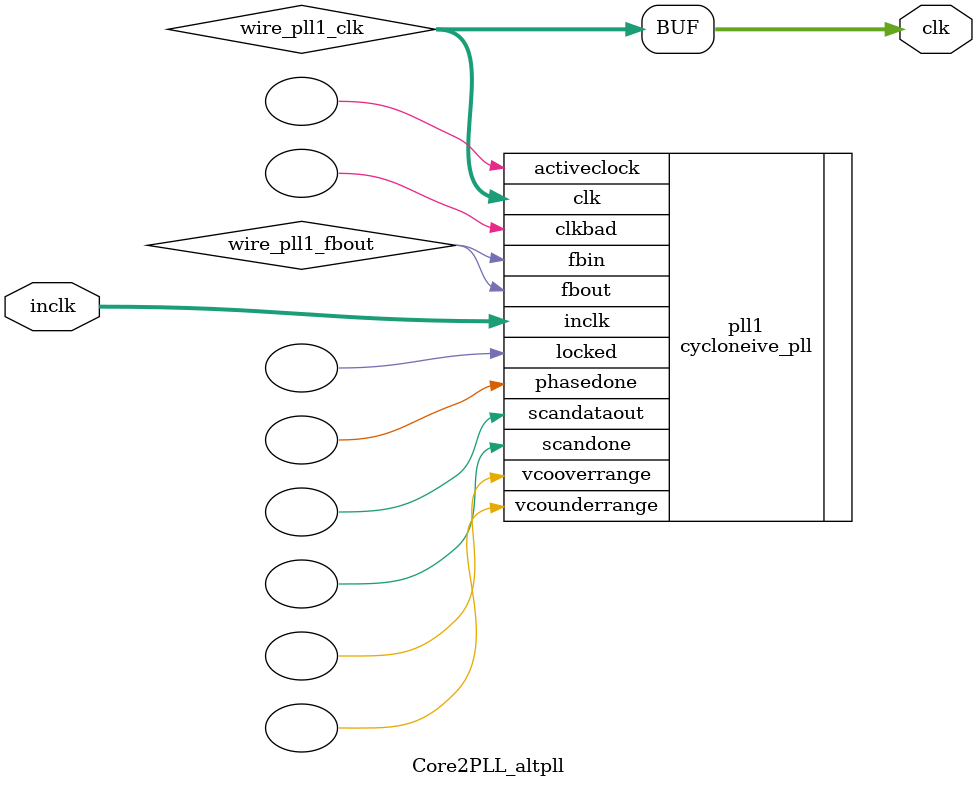
<source format=v>






//synthesis_resources = cycloneive_pll 1 
//synopsys translate_off
`timescale 1 ps / 1 ps
//synopsys translate_on
module  Core2PLL_altpll
	( 
	clk,
	inclk) /* synthesis synthesis_clearbox=1 */;
	output   [4:0]  clk;
	input   [1:0]  inclk;
`ifndef ALTERA_RESERVED_QIS
// synopsys translate_off
`endif
	tri0   [1:0]  inclk;
`ifndef ALTERA_RESERVED_QIS
// synopsys translate_on
`endif

	wire  [4:0]   wire_pll1_clk;
	wire  wire_pll1_fbout;

	cycloneive_pll   pll1
	( 
	.activeclock(),
	.clk(wire_pll1_clk),
	.clkbad(),
	.fbin(wire_pll1_fbout),
	.fbout(wire_pll1_fbout),
	.inclk(inclk),
	.locked(),
	.phasedone(),
	.scandataout(),
	.scandone(),
	.vcooverrange(),
	.vcounderrange()
	`ifndef FORMAL_VERIFICATION
	// synopsys translate_off
	`endif
	,
	.areset(1'b0),
	.clkswitch(1'b0),
	.configupdate(1'b0),
	.pfdena(1'b1),
	.phasecounterselect({3{1'b0}}),
	.phasestep(1'b0),
	.phaseupdown(1'b0),
	.scanclk(1'b0),
	.scanclkena(1'b1),
	.scandata(1'b0)
	`ifndef FORMAL_VERIFICATION
	// synopsys translate_on
	`endif
	);
	defparam
		pll1.bandwidth_type = "auto",
		pll1.clk0_divide_by = 1,
		pll1.clk0_duty_cycle = 50,
		pll1.clk0_multiply_by = 2,
		pll1.clk0_phase_shift = "0",
		pll1.clk1_divide_by = 1,
		pll1.clk1_duty_cycle = 50,
		pll1.clk1_multiply_by = 2,
		pll1.clk1_phase_shift = "-1014",
		pll1.compensate_clock = "clk0",
		pll1.inclk0_input_frequency = 10000,
		pll1.operation_mode = "normal",
		pll1.pll_type = "auto",
		pll1.lpm_type = "cycloneive_pll";
	assign
		clk = {wire_pll1_clk[4:0]};
endmodule //Core2PLL_altpll
//VALID FILE

</source>
